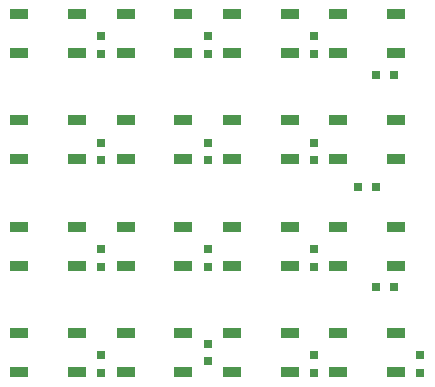
<source format=gtp>
G04 #@! TF.FileFunction,Paste,Top*
%FSLAX46Y46*%
G04 Gerber Fmt 4.6, Leading zero omitted, Abs format (unit mm)*
G04 Created by KiCad (PCBNEW 4.0.4-stable) date Mon Sep 26 22:20:25 2016*
%MOMM*%
%LPD*%
G01*
G04 APERTURE LIST*
%ADD10C,0.100000*%
%ADD11R,1.500000X0.900000*%
%ADD12R,0.750000X0.800000*%
%ADD13R,0.800000X0.750000*%
G04 APERTURE END LIST*
D10*
D11*
X179450000Y-111650000D03*
X179450000Y-108350000D03*
X174550000Y-108350000D03*
X174550000Y-111650000D03*
X170450000Y-111650000D03*
X170450000Y-108350000D03*
X165550000Y-108350000D03*
X165550000Y-111650000D03*
X161450000Y-111650000D03*
X161450000Y-108350000D03*
X156550000Y-108350000D03*
X156550000Y-111650000D03*
X152450000Y-111650000D03*
X152450000Y-108350000D03*
X147550000Y-108350000D03*
X147550000Y-111650000D03*
D12*
X154500000Y-111750000D03*
X154500000Y-110250000D03*
D11*
X152450000Y-120650000D03*
X152450000Y-117350000D03*
X147550000Y-117350000D03*
X147550000Y-120650000D03*
X161450000Y-120650000D03*
X161450000Y-117350000D03*
X156550000Y-117350000D03*
X156550000Y-120650000D03*
X170450000Y-120650000D03*
X170450000Y-117350000D03*
X165550000Y-117350000D03*
X165550000Y-120650000D03*
X179450000Y-120650000D03*
X179450000Y-117350000D03*
X174550000Y-117350000D03*
X174550000Y-120650000D03*
X152450000Y-129650000D03*
X152450000Y-126350000D03*
X147550000Y-126350000D03*
X147550000Y-129650000D03*
X161450000Y-129650000D03*
X161450000Y-126350000D03*
X156550000Y-126350000D03*
X156550000Y-129650000D03*
X170450000Y-129650000D03*
X170450000Y-126350000D03*
X165550000Y-126350000D03*
X165550000Y-129650000D03*
X179450000Y-129650000D03*
X179450000Y-126350000D03*
X174550000Y-126350000D03*
X174550000Y-129650000D03*
X152450000Y-138650000D03*
X152450000Y-135350000D03*
X147550000Y-135350000D03*
X147550000Y-138650000D03*
X161450000Y-138650000D03*
X161450000Y-135350000D03*
X156550000Y-135350000D03*
X156550000Y-138650000D03*
X170450000Y-138650000D03*
X170450000Y-135350000D03*
X165550000Y-135350000D03*
X165550000Y-138650000D03*
X179450000Y-138650000D03*
X179450000Y-135350000D03*
X174550000Y-135350000D03*
X174550000Y-138650000D03*
D12*
X163500000Y-111750000D03*
X163500000Y-110250000D03*
X172500000Y-111750000D03*
X172500000Y-110250000D03*
X154500000Y-120750000D03*
X154500000Y-119250000D03*
X163500000Y-120750000D03*
X163500000Y-119250000D03*
X172500000Y-120750000D03*
X172500000Y-119250000D03*
D13*
X177750000Y-123000000D03*
X176250000Y-123000000D03*
D12*
X154500000Y-129750000D03*
X154500000Y-128250000D03*
X163500000Y-129750000D03*
X163500000Y-128250000D03*
X172500000Y-129750000D03*
X172500000Y-128250000D03*
D13*
X179250000Y-131500000D03*
X177750000Y-131500000D03*
D12*
X154500000Y-138750000D03*
X154500000Y-137250000D03*
X163500000Y-137750000D03*
X163500000Y-136250000D03*
X172500000Y-138750000D03*
X172500000Y-137250000D03*
X181500000Y-138750000D03*
X181500000Y-137250000D03*
D13*
X179250000Y-113500000D03*
X177750000Y-113500000D03*
M02*

</source>
